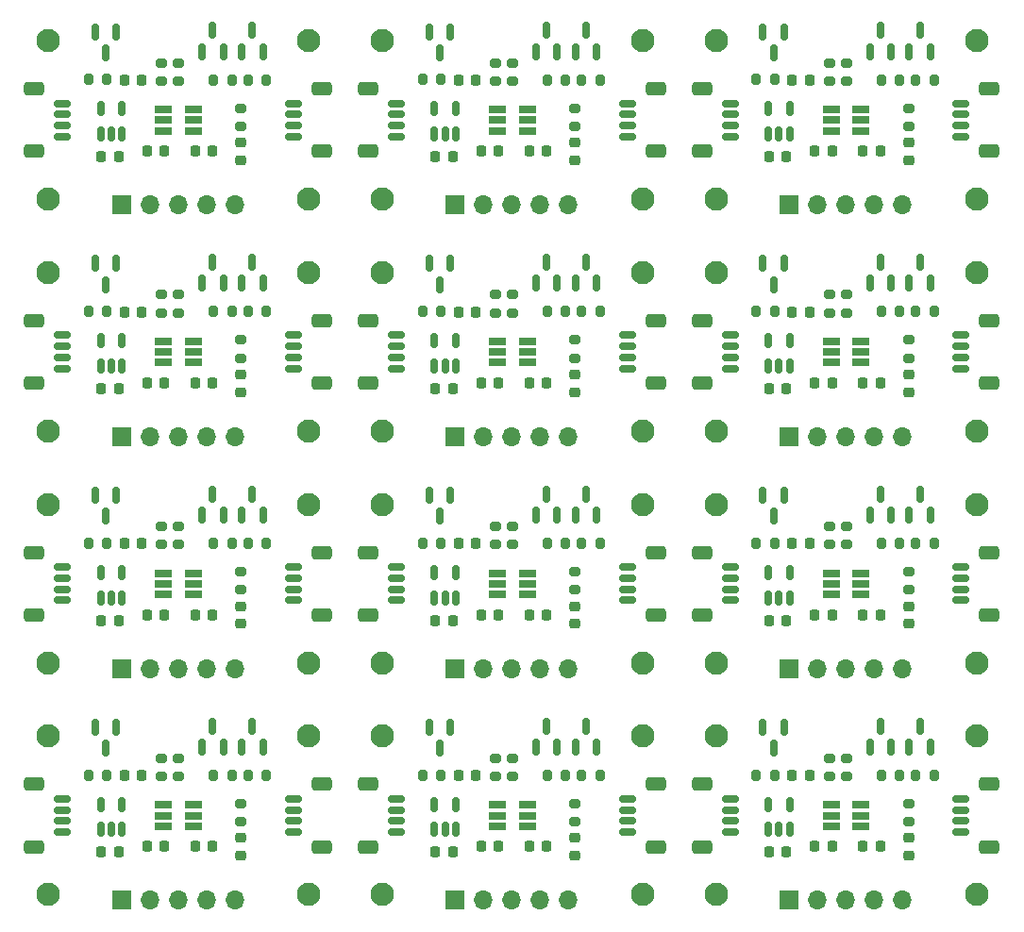
<source format=gbr>
%TF.GenerationSoftware,KiCad,Pcbnew,7.0.1*%
%TF.CreationDate,2025-06-25T09:37:51+07:00*%
%TF.ProjectId,panelize_2,70616e65-6c69-47a6-955f-322e6b696361,rev?*%
%TF.SameCoordinates,Original*%
%TF.FileFunction,Soldermask,Top*%
%TF.FilePolarity,Negative*%
%FSLAX46Y46*%
G04 Gerber Fmt 4.6, Leading zero omitted, Abs format (unit mm)*
G04 Created by KiCad (PCBNEW 7.0.1) date 2025-06-25 09:37:51*
%MOMM*%
%LPD*%
G01*
G04 APERTURE LIST*
G04 Aperture macros list*
%AMRoundRect*
0 Rectangle with rounded corners*
0 $1 Rounding radius*
0 $2 $3 $4 $5 $6 $7 $8 $9 X,Y pos of 4 corners*
0 Add a 4 corners polygon primitive as box body*
4,1,4,$2,$3,$4,$5,$6,$7,$8,$9,$2,$3,0*
0 Add four circle primitives for the rounded corners*
1,1,$1+$1,$2,$3*
1,1,$1+$1,$4,$5*
1,1,$1+$1,$6,$7*
1,1,$1+$1,$8,$9*
0 Add four rect primitives between the rounded corners*
20,1,$1+$1,$2,$3,$4,$5,0*
20,1,$1+$1,$4,$5,$6,$7,0*
20,1,$1+$1,$6,$7,$8,$9,0*
20,1,$1+$1,$8,$9,$2,$3,0*%
G04 Aperture macros list end*
%ADD10RoundRect,0.250000X0.650000X-0.350000X0.650000X0.350000X-0.650000X0.350000X-0.650000X-0.350000X0*%
%ADD11RoundRect,0.150000X0.625000X-0.150000X0.625000X0.150000X-0.625000X0.150000X-0.625000X-0.150000X0*%
%ADD12RoundRect,0.200000X-0.275000X0.200000X-0.275000X-0.200000X0.275000X-0.200000X0.275000X0.200000X0*%
%ADD13RoundRect,0.225000X-0.225000X-0.250000X0.225000X-0.250000X0.225000X0.250000X-0.225000X0.250000X0*%
%ADD14R,1.560000X0.650000*%
%ADD15RoundRect,0.225000X0.225000X0.250000X-0.225000X0.250000X-0.225000X-0.250000X0.225000X-0.250000X0*%
%ADD16RoundRect,0.200000X0.200000X0.275000X-0.200000X0.275000X-0.200000X-0.275000X0.200000X-0.275000X0*%
%ADD17RoundRect,0.150000X0.150000X-0.587500X0.150000X0.587500X-0.150000X0.587500X-0.150000X-0.587500X0*%
%ADD18RoundRect,0.200000X-0.200000X-0.275000X0.200000X-0.275000X0.200000X0.275000X-0.200000X0.275000X0*%
%ADD19RoundRect,0.150000X0.150000X-0.512500X0.150000X0.512500X-0.150000X0.512500X-0.150000X-0.512500X0*%
%ADD20C,2.100000*%
%ADD21RoundRect,0.150000X-0.150000X0.587500X-0.150000X-0.587500X0.150000X-0.587500X0.150000X0.587500X0*%
%ADD22RoundRect,0.218750X0.256250X-0.218750X0.256250X0.218750X-0.256250X0.218750X-0.256250X-0.218750X0*%
%ADD23O,1.700000X1.700000*%
%ADD24R,1.700000X1.700000*%
%ADD25RoundRect,0.250000X-0.650000X0.350000X-0.650000X-0.350000X0.650000X-0.350000X0.650000X0.350000X0*%
%ADD26RoundRect,0.150000X-0.625000X0.150000X-0.625000X-0.150000X0.625000X-0.150000X0.625000X0.150000X0*%
G04 APERTURE END LIST*
D10*
%TO.C,J13*%
X125935500Y-112200000D03*
X125935500Y-117800000D03*
D11*
X128460500Y-113500000D03*
X128460500Y-114500000D03*
X128460500Y-115500000D03*
X128460500Y-116500000D03*
%TD*%
D12*
%TO.C,R70*%
X167290000Y-153115000D03*
X167290000Y-151465000D03*
%TD*%
D13*
%TO.C,C46*%
X165511000Y-153026000D03*
X163961000Y-153026000D03*
%TD*%
D14*
%TO.C,U23*%
X170156000Y-155666000D03*
X170156000Y-156616000D03*
X170156000Y-157566000D03*
X167456000Y-157566000D03*
X167456000Y-156616000D03*
X167456000Y-155666000D03*
%TD*%
D15*
%TO.C,C47*%
X166007000Y-159402000D03*
X167557000Y-159402000D03*
%TD*%
D16*
%TO.C,R72*%
X160751000Y-152976000D03*
X162401000Y-152976000D03*
%TD*%
D10*
%TO.C,J34*%
X155883500Y-153808000D03*
X155883500Y-159408000D03*
D11*
X158408500Y-155108000D03*
X158408500Y-156108000D03*
X158408500Y-157108000D03*
X158408500Y-158108000D03*
%TD*%
D12*
%TO.C,R71*%
X168814000Y-153115000D03*
X168814000Y-151465000D03*
%TD*%
D17*
%TO.C,Q34*%
X171886000Y-148581000D03*
X172836000Y-150456000D03*
X170936000Y-150456000D03*
%TD*%
D18*
%TO.C,R69*%
X176681000Y-153006000D03*
X175031000Y-153006000D03*
%TD*%
D17*
%TO.C,Q35*%
X175426000Y-148581000D03*
X176376000Y-150456000D03*
X174476000Y-150456000D03*
%TD*%
D19*
%TO.C,U24*%
X161826000Y-155598500D03*
X163726000Y-155598500D03*
X163726000Y-157873500D03*
X162776000Y-157873500D03*
X161826000Y-157873500D03*
%TD*%
D20*
%TO.C,H47*%
X180498000Y-163720000D03*
%TD*%
D15*
%TO.C,C48*%
X170325000Y-159402000D03*
X171875000Y-159402000D03*
%TD*%
D20*
%TO.C,H48*%
X180498000Y-149496000D03*
%TD*%
D21*
%TO.C,Q36*%
X162294500Y-150563500D03*
X161344500Y-148688500D03*
X163244500Y-148688500D03*
%TD*%
D18*
%TO.C,R68*%
X173591000Y-153006000D03*
X171941000Y-153006000D03*
%TD*%
D22*
%TO.C,D12*%
X174402000Y-158640000D03*
X174402000Y-160215000D03*
%TD*%
D12*
%TO.C,R67*%
X174402000Y-157179000D03*
X174402000Y-155529000D03*
%TD*%
D23*
%TO.C,J36*%
X173852500Y-164228000D03*
X171312500Y-164228000D03*
X168772500Y-164228000D03*
X166232500Y-164228000D03*
D24*
X163692500Y-164228000D03*
%TD*%
D20*
%TO.C,H46*%
X157130000Y-163720000D03*
%TD*%
D13*
%TO.C,C45*%
X163446500Y-159910000D03*
X161896500Y-159910000D03*
%TD*%
D25*
%TO.C,J35*%
X181651500Y-159408000D03*
X181651500Y-153808000D03*
D26*
X179126500Y-158108000D03*
X179126500Y-157108000D03*
X179126500Y-156108000D03*
X179126500Y-155108000D03*
%TD*%
D20*
%TO.C,H45*%
X157130000Y-149496000D03*
%TD*%
D12*
%TO.C,R64*%
X137342000Y-153115000D03*
X137342000Y-151465000D03*
%TD*%
D13*
%TO.C,C42*%
X135563000Y-153026000D03*
X134013000Y-153026000D03*
%TD*%
D14*
%TO.C,U21*%
X140208000Y-155666000D03*
X140208000Y-156616000D03*
X140208000Y-157566000D03*
X137508000Y-157566000D03*
X137508000Y-156616000D03*
X137508000Y-155666000D03*
%TD*%
D15*
%TO.C,C43*%
X136059000Y-159402000D03*
X137609000Y-159402000D03*
%TD*%
D16*
%TO.C,R66*%
X130803000Y-152976000D03*
X132453000Y-152976000D03*
%TD*%
D10*
%TO.C,J31*%
X125935500Y-153808000D03*
X125935500Y-159408000D03*
D11*
X128460500Y-155108000D03*
X128460500Y-156108000D03*
X128460500Y-157108000D03*
X128460500Y-158108000D03*
%TD*%
D12*
%TO.C,R65*%
X138866000Y-153115000D03*
X138866000Y-151465000D03*
%TD*%
D17*
%TO.C,Q31*%
X141938000Y-148581000D03*
X142888000Y-150456000D03*
X140988000Y-150456000D03*
%TD*%
D18*
%TO.C,R63*%
X146733000Y-153006000D03*
X145083000Y-153006000D03*
%TD*%
D17*
%TO.C,Q32*%
X145478000Y-148581000D03*
X146428000Y-150456000D03*
X144528000Y-150456000D03*
%TD*%
D19*
%TO.C,U22*%
X131878000Y-155598500D03*
X133778000Y-155598500D03*
X133778000Y-157873500D03*
X132828000Y-157873500D03*
X131878000Y-157873500D03*
%TD*%
D20*
%TO.C,H43*%
X150550000Y-163720000D03*
%TD*%
D15*
%TO.C,C44*%
X140377000Y-159402000D03*
X141927000Y-159402000D03*
%TD*%
D20*
%TO.C,H44*%
X150550000Y-149496000D03*
%TD*%
D21*
%TO.C,Q33*%
X132346500Y-150563500D03*
X131396500Y-148688500D03*
X133296500Y-148688500D03*
%TD*%
D18*
%TO.C,R62*%
X143643000Y-153006000D03*
X141993000Y-153006000D03*
%TD*%
D22*
%TO.C,D11*%
X144454000Y-158640000D03*
X144454000Y-160215000D03*
%TD*%
D12*
%TO.C,R61*%
X144454000Y-157179000D03*
X144454000Y-155529000D03*
%TD*%
D23*
%TO.C,J33*%
X143904500Y-164228000D03*
X141364500Y-164228000D03*
X138824500Y-164228000D03*
X136284500Y-164228000D03*
D24*
X133744500Y-164228000D03*
%TD*%
D20*
%TO.C,H42*%
X127182000Y-163720000D03*
%TD*%
D13*
%TO.C,C41*%
X133498500Y-159910000D03*
X131948500Y-159910000D03*
%TD*%
D25*
%TO.C,J32*%
X151703500Y-159408000D03*
X151703500Y-153808000D03*
D26*
X149178500Y-158108000D03*
X149178500Y-157108000D03*
X149178500Y-156108000D03*
X149178500Y-155108000D03*
%TD*%
D20*
%TO.C,H41*%
X127182000Y-149496000D03*
%TD*%
D12*
%TO.C,R58*%
X107394000Y-153115000D03*
X107394000Y-151465000D03*
%TD*%
D13*
%TO.C,C38*%
X105615000Y-153026000D03*
X104065000Y-153026000D03*
%TD*%
D14*
%TO.C,U19*%
X110260000Y-155666000D03*
X110260000Y-156616000D03*
X110260000Y-157566000D03*
X107560000Y-157566000D03*
X107560000Y-156616000D03*
X107560000Y-155666000D03*
%TD*%
D15*
%TO.C,C39*%
X106111000Y-159402000D03*
X107661000Y-159402000D03*
%TD*%
D16*
%TO.C,R60*%
X100855000Y-152976000D03*
X102505000Y-152976000D03*
%TD*%
D10*
%TO.C,J28*%
X95987500Y-153808000D03*
X95987500Y-159408000D03*
D11*
X98512500Y-155108000D03*
X98512500Y-156108000D03*
X98512500Y-157108000D03*
X98512500Y-158108000D03*
%TD*%
D12*
%TO.C,R59*%
X108918000Y-153115000D03*
X108918000Y-151465000D03*
%TD*%
D17*
%TO.C,Q28*%
X111990000Y-148581000D03*
X112940000Y-150456000D03*
X111040000Y-150456000D03*
%TD*%
D18*
%TO.C,R57*%
X116785000Y-153006000D03*
X115135000Y-153006000D03*
%TD*%
D17*
%TO.C,Q29*%
X115530000Y-148581000D03*
X116480000Y-150456000D03*
X114580000Y-150456000D03*
%TD*%
D19*
%TO.C,U20*%
X101930000Y-155598500D03*
X103830000Y-155598500D03*
X103830000Y-157873500D03*
X102880000Y-157873500D03*
X101930000Y-157873500D03*
%TD*%
D20*
%TO.C,H39*%
X120602000Y-163720000D03*
%TD*%
D15*
%TO.C,C40*%
X110429000Y-159402000D03*
X111979000Y-159402000D03*
%TD*%
D20*
%TO.C,H40*%
X120602000Y-149496000D03*
%TD*%
D21*
%TO.C,Q30*%
X102398500Y-150563500D03*
X101448500Y-148688500D03*
X103348500Y-148688500D03*
%TD*%
D18*
%TO.C,R56*%
X113695000Y-153006000D03*
X112045000Y-153006000D03*
%TD*%
D22*
%TO.C,D10*%
X114506000Y-158640000D03*
X114506000Y-160215000D03*
%TD*%
D12*
%TO.C,R55*%
X114506000Y-157179000D03*
X114506000Y-155529000D03*
%TD*%
D23*
%TO.C,J30*%
X113956500Y-164228000D03*
X111416500Y-164228000D03*
X108876500Y-164228000D03*
X106336500Y-164228000D03*
D24*
X103796500Y-164228000D03*
%TD*%
D20*
%TO.C,H38*%
X97234000Y-163720000D03*
%TD*%
D13*
%TO.C,C37*%
X103550500Y-159910000D03*
X102000500Y-159910000D03*
%TD*%
D25*
%TO.C,J29*%
X121755500Y-159408000D03*
X121755500Y-153808000D03*
D26*
X119230500Y-158108000D03*
X119230500Y-157108000D03*
X119230500Y-156108000D03*
X119230500Y-155108000D03*
%TD*%
D20*
%TO.C,H37*%
X97234000Y-149496000D03*
%TD*%
D12*
%TO.C,R52*%
X167290000Y-132311000D03*
X167290000Y-130661000D03*
%TD*%
D13*
%TO.C,C34*%
X165511000Y-132222000D03*
X163961000Y-132222000D03*
%TD*%
D14*
%TO.C,U17*%
X170156000Y-134862000D03*
X170156000Y-135812000D03*
X170156000Y-136762000D03*
X167456000Y-136762000D03*
X167456000Y-135812000D03*
X167456000Y-134862000D03*
%TD*%
D15*
%TO.C,C35*%
X166007000Y-138598000D03*
X167557000Y-138598000D03*
%TD*%
D16*
%TO.C,R54*%
X160751000Y-132172000D03*
X162401000Y-132172000D03*
%TD*%
D10*
%TO.C,J25*%
X155883500Y-133004000D03*
X155883500Y-138604000D03*
D11*
X158408500Y-134304000D03*
X158408500Y-135304000D03*
X158408500Y-136304000D03*
X158408500Y-137304000D03*
%TD*%
D12*
%TO.C,R53*%
X168814000Y-132311000D03*
X168814000Y-130661000D03*
%TD*%
D17*
%TO.C,Q25*%
X171886000Y-127777000D03*
X172836000Y-129652000D03*
X170936000Y-129652000D03*
%TD*%
D18*
%TO.C,R51*%
X176681000Y-132202000D03*
X175031000Y-132202000D03*
%TD*%
D17*
%TO.C,Q26*%
X175426000Y-127777000D03*
X176376000Y-129652000D03*
X174476000Y-129652000D03*
%TD*%
D19*
%TO.C,U18*%
X161826000Y-134794500D03*
X163726000Y-134794500D03*
X163726000Y-137069500D03*
X162776000Y-137069500D03*
X161826000Y-137069500D03*
%TD*%
D20*
%TO.C,H35*%
X180498000Y-142916000D03*
%TD*%
D15*
%TO.C,C36*%
X170325000Y-138598000D03*
X171875000Y-138598000D03*
%TD*%
D20*
%TO.C,H36*%
X180498000Y-128692000D03*
%TD*%
D21*
%TO.C,Q27*%
X162294500Y-129759500D03*
X161344500Y-127884500D03*
X163244500Y-127884500D03*
%TD*%
D18*
%TO.C,R50*%
X173591000Y-132202000D03*
X171941000Y-132202000D03*
%TD*%
D22*
%TO.C,D9*%
X174402000Y-137836000D03*
X174402000Y-139411000D03*
%TD*%
D12*
%TO.C,R49*%
X174402000Y-136375000D03*
X174402000Y-134725000D03*
%TD*%
D23*
%TO.C,J27*%
X173852500Y-143424000D03*
X171312500Y-143424000D03*
X168772500Y-143424000D03*
X166232500Y-143424000D03*
D24*
X163692500Y-143424000D03*
%TD*%
D20*
%TO.C,H34*%
X157130000Y-142916000D03*
%TD*%
D13*
%TO.C,C33*%
X163446500Y-139106000D03*
X161896500Y-139106000D03*
%TD*%
D25*
%TO.C,J26*%
X181651500Y-138604000D03*
X181651500Y-133004000D03*
D26*
X179126500Y-137304000D03*
X179126500Y-136304000D03*
X179126500Y-135304000D03*
X179126500Y-134304000D03*
%TD*%
D20*
%TO.C,H33*%
X157130000Y-128692000D03*
%TD*%
D12*
%TO.C,R46*%
X137342000Y-132311000D03*
X137342000Y-130661000D03*
%TD*%
D13*
%TO.C,C30*%
X135563000Y-132222000D03*
X134013000Y-132222000D03*
%TD*%
D14*
%TO.C,U15*%
X140208000Y-134862000D03*
X140208000Y-135812000D03*
X140208000Y-136762000D03*
X137508000Y-136762000D03*
X137508000Y-135812000D03*
X137508000Y-134862000D03*
%TD*%
D15*
%TO.C,C31*%
X136059000Y-138598000D03*
X137609000Y-138598000D03*
%TD*%
D16*
%TO.C,R48*%
X130803000Y-132172000D03*
X132453000Y-132172000D03*
%TD*%
D10*
%TO.C,J22*%
X125935500Y-133004000D03*
X125935500Y-138604000D03*
D11*
X128460500Y-134304000D03*
X128460500Y-135304000D03*
X128460500Y-136304000D03*
X128460500Y-137304000D03*
%TD*%
D12*
%TO.C,R47*%
X138866000Y-132311000D03*
X138866000Y-130661000D03*
%TD*%
D17*
%TO.C,Q22*%
X141938000Y-127777000D03*
X142888000Y-129652000D03*
X140988000Y-129652000D03*
%TD*%
D18*
%TO.C,R45*%
X146733000Y-132202000D03*
X145083000Y-132202000D03*
%TD*%
D17*
%TO.C,Q23*%
X145478000Y-127777000D03*
X146428000Y-129652000D03*
X144528000Y-129652000D03*
%TD*%
D19*
%TO.C,U16*%
X131878000Y-134794500D03*
X133778000Y-134794500D03*
X133778000Y-137069500D03*
X132828000Y-137069500D03*
X131878000Y-137069500D03*
%TD*%
D20*
%TO.C,H31*%
X150550000Y-142916000D03*
%TD*%
D15*
%TO.C,C32*%
X140377000Y-138598000D03*
X141927000Y-138598000D03*
%TD*%
D20*
%TO.C,H32*%
X150550000Y-128692000D03*
%TD*%
D21*
%TO.C,Q24*%
X132346500Y-129759500D03*
X131396500Y-127884500D03*
X133296500Y-127884500D03*
%TD*%
D18*
%TO.C,R44*%
X143643000Y-132202000D03*
X141993000Y-132202000D03*
%TD*%
D22*
%TO.C,D8*%
X144454000Y-137836000D03*
X144454000Y-139411000D03*
%TD*%
D12*
%TO.C,R43*%
X144454000Y-136375000D03*
X144454000Y-134725000D03*
%TD*%
D23*
%TO.C,J24*%
X143904500Y-143424000D03*
X141364500Y-143424000D03*
X138824500Y-143424000D03*
X136284500Y-143424000D03*
D24*
X133744500Y-143424000D03*
%TD*%
D20*
%TO.C,H30*%
X127182000Y-142916000D03*
%TD*%
D13*
%TO.C,C29*%
X133498500Y-139106000D03*
X131948500Y-139106000D03*
%TD*%
D25*
%TO.C,J23*%
X151703500Y-138604000D03*
X151703500Y-133004000D03*
D26*
X149178500Y-137304000D03*
X149178500Y-136304000D03*
X149178500Y-135304000D03*
X149178500Y-134304000D03*
%TD*%
D20*
%TO.C,H29*%
X127182000Y-128692000D03*
%TD*%
D12*
%TO.C,R40*%
X107394000Y-132311000D03*
X107394000Y-130661000D03*
%TD*%
D13*
%TO.C,C26*%
X105615000Y-132222000D03*
X104065000Y-132222000D03*
%TD*%
D14*
%TO.C,U13*%
X110260000Y-134862000D03*
X110260000Y-135812000D03*
X110260000Y-136762000D03*
X107560000Y-136762000D03*
X107560000Y-135812000D03*
X107560000Y-134862000D03*
%TD*%
D15*
%TO.C,C27*%
X106111000Y-138598000D03*
X107661000Y-138598000D03*
%TD*%
D16*
%TO.C,R42*%
X100855000Y-132172000D03*
X102505000Y-132172000D03*
%TD*%
D10*
%TO.C,J19*%
X95987500Y-133004000D03*
X95987500Y-138604000D03*
D11*
X98512500Y-134304000D03*
X98512500Y-135304000D03*
X98512500Y-136304000D03*
X98512500Y-137304000D03*
%TD*%
D12*
%TO.C,R41*%
X108918000Y-132311000D03*
X108918000Y-130661000D03*
%TD*%
D17*
%TO.C,Q19*%
X111990000Y-127777000D03*
X112940000Y-129652000D03*
X111040000Y-129652000D03*
%TD*%
D18*
%TO.C,R39*%
X116785000Y-132202000D03*
X115135000Y-132202000D03*
%TD*%
D17*
%TO.C,Q20*%
X115530000Y-127777000D03*
X116480000Y-129652000D03*
X114580000Y-129652000D03*
%TD*%
D19*
%TO.C,U14*%
X101930000Y-134794500D03*
X103830000Y-134794500D03*
X103830000Y-137069500D03*
X102880000Y-137069500D03*
X101930000Y-137069500D03*
%TD*%
D20*
%TO.C,H27*%
X120602000Y-142916000D03*
%TD*%
D15*
%TO.C,C28*%
X110429000Y-138598000D03*
X111979000Y-138598000D03*
%TD*%
D20*
%TO.C,H28*%
X120602000Y-128692000D03*
%TD*%
D21*
%TO.C,Q21*%
X102398500Y-129759500D03*
X101448500Y-127884500D03*
X103348500Y-127884500D03*
%TD*%
D18*
%TO.C,R38*%
X113695000Y-132202000D03*
X112045000Y-132202000D03*
%TD*%
D22*
%TO.C,D7*%
X114506000Y-137836000D03*
X114506000Y-139411000D03*
%TD*%
D12*
%TO.C,R37*%
X114506000Y-136375000D03*
X114506000Y-134725000D03*
%TD*%
D23*
%TO.C,J21*%
X113956500Y-143424000D03*
X111416500Y-143424000D03*
X108876500Y-143424000D03*
X106336500Y-143424000D03*
D24*
X103796500Y-143424000D03*
%TD*%
D20*
%TO.C,H26*%
X97234000Y-142916000D03*
%TD*%
D13*
%TO.C,C25*%
X103550500Y-139106000D03*
X102000500Y-139106000D03*
%TD*%
D25*
%TO.C,J20*%
X121755500Y-138604000D03*
X121755500Y-133004000D03*
D26*
X119230500Y-137304000D03*
X119230500Y-136304000D03*
X119230500Y-135304000D03*
X119230500Y-134304000D03*
%TD*%
D20*
%TO.C,H25*%
X97234000Y-128692000D03*
%TD*%
D12*
%TO.C,R34*%
X167290000Y-111507000D03*
X167290000Y-109857000D03*
%TD*%
D13*
%TO.C,C22*%
X165511000Y-111418000D03*
X163961000Y-111418000D03*
%TD*%
D14*
%TO.C,U11*%
X170156000Y-114058000D03*
X170156000Y-115008000D03*
X170156000Y-115958000D03*
X167456000Y-115958000D03*
X167456000Y-115008000D03*
X167456000Y-114058000D03*
%TD*%
D15*
%TO.C,C23*%
X166007000Y-117794000D03*
X167557000Y-117794000D03*
%TD*%
D16*
%TO.C,R36*%
X160751000Y-111368000D03*
X162401000Y-111368000D03*
%TD*%
D10*
%TO.C,J16*%
X155883500Y-112200000D03*
X155883500Y-117800000D03*
D11*
X158408500Y-113500000D03*
X158408500Y-114500000D03*
X158408500Y-115500000D03*
X158408500Y-116500000D03*
%TD*%
D12*
%TO.C,R35*%
X168814000Y-111507000D03*
X168814000Y-109857000D03*
%TD*%
D17*
%TO.C,Q16*%
X171886000Y-106973000D03*
X172836000Y-108848000D03*
X170936000Y-108848000D03*
%TD*%
D18*
%TO.C,R33*%
X176681000Y-111398000D03*
X175031000Y-111398000D03*
%TD*%
D17*
%TO.C,Q17*%
X175426000Y-106973000D03*
X176376000Y-108848000D03*
X174476000Y-108848000D03*
%TD*%
D19*
%TO.C,U12*%
X161826000Y-113990500D03*
X163726000Y-113990500D03*
X163726000Y-116265500D03*
X162776000Y-116265500D03*
X161826000Y-116265500D03*
%TD*%
D20*
%TO.C,H23*%
X180498000Y-122112000D03*
%TD*%
D15*
%TO.C,C24*%
X170325000Y-117794000D03*
X171875000Y-117794000D03*
%TD*%
D20*
%TO.C,H24*%
X180498000Y-107888000D03*
%TD*%
D21*
%TO.C,Q18*%
X162294500Y-108955500D03*
X161344500Y-107080500D03*
X163244500Y-107080500D03*
%TD*%
D18*
%TO.C,R32*%
X173591000Y-111398000D03*
X171941000Y-111398000D03*
%TD*%
D22*
%TO.C,D6*%
X174402000Y-117032000D03*
X174402000Y-118607000D03*
%TD*%
D12*
%TO.C,R31*%
X174402000Y-115571000D03*
X174402000Y-113921000D03*
%TD*%
D23*
%TO.C,J18*%
X173852500Y-122620000D03*
X171312500Y-122620000D03*
X168772500Y-122620000D03*
X166232500Y-122620000D03*
D24*
X163692500Y-122620000D03*
%TD*%
D20*
%TO.C,H22*%
X157130000Y-122112000D03*
%TD*%
D13*
%TO.C,C21*%
X163446500Y-118302000D03*
X161896500Y-118302000D03*
%TD*%
D25*
%TO.C,J17*%
X181651500Y-117800000D03*
X181651500Y-112200000D03*
D26*
X179126500Y-116500000D03*
X179126500Y-115500000D03*
X179126500Y-114500000D03*
X179126500Y-113500000D03*
%TD*%
D20*
%TO.C,H21*%
X157130000Y-107888000D03*
%TD*%
D12*
%TO.C,R28*%
X137342000Y-111507000D03*
X137342000Y-109857000D03*
%TD*%
D13*
%TO.C,C18*%
X135563000Y-111418000D03*
X134013000Y-111418000D03*
%TD*%
D14*
%TO.C,U9*%
X140208000Y-114058000D03*
X140208000Y-115008000D03*
X140208000Y-115958000D03*
X137508000Y-115958000D03*
X137508000Y-115008000D03*
X137508000Y-114058000D03*
%TD*%
D15*
%TO.C,C19*%
X136059000Y-117794000D03*
X137609000Y-117794000D03*
%TD*%
D16*
%TO.C,R30*%
X130803000Y-111368000D03*
X132453000Y-111368000D03*
%TD*%
D12*
%TO.C,R29*%
X138866000Y-111507000D03*
X138866000Y-109857000D03*
%TD*%
D17*
%TO.C,Q13*%
X141938000Y-106973000D03*
X142888000Y-108848000D03*
X140988000Y-108848000D03*
%TD*%
D18*
%TO.C,R27*%
X146733000Y-111398000D03*
X145083000Y-111398000D03*
%TD*%
D17*
%TO.C,Q14*%
X145478000Y-106973000D03*
X146428000Y-108848000D03*
X144528000Y-108848000D03*
%TD*%
D19*
%TO.C,U10*%
X131878000Y-113990500D03*
X133778000Y-113990500D03*
X133778000Y-116265500D03*
X132828000Y-116265500D03*
X131878000Y-116265500D03*
%TD*%
D20*
%TO.C,H19*%
X150550000Y-122112000D03*
%TD*%
D15*
%TO.C,C20*%
X140377000Y-117794000D03*
X141927000Y-117794000D03*
%TD*%
D20*
%TO.C,H20*%
X150550000Y-107888000D03*
%TD*%
D21*
%TO.C,Q15*%
X132346500Y-108955500D03*
X131396500Y-107080500D03*
X133296500Y-107080500D03*
%TD*%
D18*
%TO.C,R26*%
X143643000Y-111398000D03*
X141993000Y-111398000D03*
%TD*%
D22*
%TO.C,D5*%
X144454000Y-117032000D03*
X144454000Y-118607000D03*
%TD*%
D12*
%TO.C,R25*%
X144454000Y-115571000D03*
X144454000Y-113921000D03*
%TD*%
D23*
%TO.C,J15*%
X143904500Y-122620000D03*
X141364500Y-122620000D03*
X138824500Y-122620000D03*
X136284500Y-122620000D03*
D24*
X133744500Y-122620000D03*
%TD*%
D20*
%TO.C,H18*%
X127182000Y-122112000D03*
%TD*%
D13*
%TO.C,C17*%
X133498500Y-118302000D03*
X131948500Y-118302000D03*
%TD*%
D25*
%TO.C,J14*%
X151703500Y-117800000D03*
X151703500Y-112200000D03*
D26*
X149178500Y-116500000D03*
X149178500Y-115500000D03*
X149178500Y-114500000D03*
X149178500Y-113500000D03*
%TD*%
D20*
%TO.C,H17*%
X127182000Y-107888000D03*
%TD*%
D12*
%TO.C,R22*%
X107394000Y-111507000D03*
X107394000Y-109857000D03*
%TD*%
D13*
%TO.C,C14*%
X105615000Y-111418000D03*
X104065000Y-111418000D03*
%TD*%
D14*
%TO.C,U7*%
X110260000Y-114058000D03*
X110260000Y-115008000D03*
X110260000Y-115958000D03*
X107560000Y-115958000D03*
X107560000Y-115008000D03*
X107560000Y-114058000D03*
%TD*%
D15*
%TO.C,C15*%
X106111000Y-117794000D03*
X107661000Y-117794000D03*
%TD*%
D16*
%TO.C,R24*%
X100855000Y-111368000D03*
X102505000Y-111368000D03*
%TD*%
D10*
%TO.C,J10*%
X95987500Y-112200000D03*
X95987500Y-117800000D03*
D11*
X98512500Y-113500000D03*
X98512500Y-114500000D03*
X98512500Y-115500000D03*
X98512500Y-116500000D03*
%TD*%
D12*
%TO.C,R23*%
X108918000Y-111507000D03*
X108918000Y-109857000D03*
%TD*%
D17*
%TO.C,Q10*%
X111990000Y-106973000D03*
X112940000Y-108848000D03*
X111040000Y-108848000D03*
%TD*%
D18*
%TO.C,R21*%
X116785000Y-111398000D03*
X115135000Y-111398000D03*
%TD*%
D17*
%TO.C,Q11*%
X115530000Y-106973000D03*
X116480000Y-108848000D03*
X114580000Y-108848000D03*
%TD*%
D19*
%TO.C,U8*%
X101930000Y-113990500D03*
X103830000Y-113990500D03*
X103830000Y-116265500D03*
X102880000Y-116265500D03*
X101930000Y-116265500D03*
%TD*%
D20*
%TO.C,H15*%
X120602000Y-122112000D03*
%TD*%
D15*
%TO.C,C16*%
X110429000Y-117794000D03*
X111979000Y-117794000D03*
%TD*%
D20*
%TO.C,H16*%
X120602000Y-107888000D03*
%TD*%
D21*
%TO.C,Q12*%
X102398500Y-108955500D03*
X101448500Y-107080500D03*
X103348500Y-107080500D03*
%TD*%
D18*
%TO.C,R20*%
X113695000Y-111398000D03*
X112045000Y-111398000D03*
%TD*%
D22*
%TO.C,D4*%
X114506000Y-117032000D03*
X114506000Y-118607000D03*
%TD*%
D12*
%TO.C,R19*%
X114506000Y-115571000D03*
X114506000Y-113921000D03*
%TD*%
D23*
%TO.C,J12*%
X113956500Y-122620000D03*
X111416500Y-122620000D03*
X108876500Y-122620000D03*
X106336500Y-122620000D03*
D24*
X103796500Y-122620000D03*
%TD*%
D20*
%TO.C,H14*%
X97234000Y-122112000D03*
%TD*%
D13*
%TO.C,C13*%
X103550500Y-118302000D03*
X102000500Y-118302000D03*
%TD*%
D25*
%TO.C,J11*%
X121755500Y-117800000D03*
X121755500Y-112200000D03*
D26*
X119230500Y-116500000D03*
X119230500Y-115500000D03*
X119230500Y-114500000D03*
X119230500Y-113500000D03*
%TD*%
D20*
%TO.C,H13*%
X97234000Y-107888000D03*
%TD*%
D12*
%TO.C,R16*%
X167290000Y-90703000D03*
X167290000Y-89053000D03*
%TD*%
D13*
%TO.C,C10*%
X165511000Y-90614000D03*
X163961000Y-90614000D03*
%TD*%
D14*
%TO.C,U5*%
X170156000Y-93254000D03*
X170156000Y-94204000D03*
X170156000Y-95154000D03*
X167456000Y-95154000D03*
X167456000Y-94204000D03*
X167456000Y-93254000D03*
%TD*%
D15*
%TO.C,C11*%
X166007000Y-96990000D03*
X167557000Y-96990000D03*
%TD*%
D16*
%TO.C,R18*%
X160751000Y-90564000D03*
X162401000Y-90564000D03*
%TD*%
D10*
%TO.C,J7*%
X155883500Y-91396000D03*
X155883500Y-96996000D03*
D11*
X158408500Y-92696000D03*
X158408500Y-93696000D03*
X158408500Y-94696000D03*
X158408500Y-95696000D03*
%TD*%
D12*
%TO.C,R17*%
X168814000Y-90703000D03*
X168814000Y-89053000D03*
%TD*%
D17*
%TO.C,Q7*%
X171886000Y-86169000D03*
X172836000Y-88044000D03*
X170936000Y-88044000D03*
%TD*%
D18*
%TO.C,R15*%
X176681000Y-90594000D03*
X175031000Y-90594000D03*
%TD*%
D17*
%TO.C,Q8*%
X175426000Y-86169000D03*
X176376000Y-88044000D03*
X174476000Y-88044000D03*
%TD*%
D19*
%TO.C,U6*%
X161826000Y-93186500D03*
X163726000Y-93186500D03*
X163726000Y-95461500D03*
X162776000Y-95461500D03*
X161826000Y-95461500D03*
%TD*%
D20*
%TO.C,H11*%
X180498000Y-101308000D03*
%TD*%
D15*
%TO.C,C12*%
X170325000Y-96990000D03*
X171875000Y-96990000D03*
%TD*%
D20*
%TO.C,H12*%
X180498000Y-87084000D03*
%TD*%
D21*
%TO.C,Q9*%
X162294500Y-88151500D03*
X161344500Y-86276500D03*
X163244500Y-86276500D03*
%TD*%
D18*
%TO.C,R14*%
X173591000Y-90594000D03*
X171941000Y-90594000D03*
%TD*%
D22*
%TO.C,D3*%
X174402000Y-96228000D03*
X174402000Y-97803000D03*
%TD*%
D12*
%TO.C,R13*%
X174402000Y-94767000D03*
X174402000Y-93117000D03*
%TD*%
D23*
%TO.C,J9*%
X173852500Y-101816000D03*
X171312500Y-101816000D03*
X168772500Y-101816000D03*
X166232500Y-101816000D03*
D24*
X163692500Y-101816000D03*
%TD*%
D20*
%TO.C,H10*%
X157130000Y-101308000D03*
%TD*%
D13*
%TO.C,C9*%
X163446500Y-97498000D03*
X161896500Y-97498000D03*
%TD*%
D25*
%TO.C,J8*%
X181651500Y-96996000D03*
X181651500Y-91396000D03*
D26*
X179126500Y-95696000D03*
X179126500Y-94696000D03*
X179126500Y-93696000D03*
X179126500Y-92696000D03*
%TD*%
D20*
%TO.C,H9*%
X157130000Y-87084000D03*
%TD*%
D12*
%TO.C,R10*%
X137342000Y-90703000D03*
X137342000Y-89053000D03*
%TD*%
D13*
%TO.C,C6*%
X135563000Y-90614000D03*
X134013000Y-90614000D03*
%TD*%
D14*
%TO.C,U3*%
X140208000Y-93254000D03*
X140208000Y-94204000D03*
X140208000Y-95154000D03*
X137508000Y-95154000D03*
X137508000Y-94204000D03*
X137508000Y-93254000D03*
%TD*%
D15*
%TO.C,C7*%
X136059000Y-96990000D03*
X137609000Y-96990000D03*
%TD*%
D16*
%TO.C,R12*%
X130803000Y-90564000D03*
X132453000Y-90564000D03*
%TD*%
D10*
%TO.C,J4*%
X125935500Y-91396000D03*
X125935500Y-96996000D03*
D11*
X128460500Y-92696000D03*
X128460500Y-93696000D03*
X128460500Y-94696000D03*
X128460500Y-95696000D03*
%TD*%
D12*
%TO.C,R11*%
X138866000Y-90703000D03*
X138866000Y-89053000D03*
%TD*%
D17*
%TO.C,Q4*%
X141938000Y-86169000D03*
X142888000Y-88044000D03*
X140988000Y-88044000D03*
%TD*%
D18*
%TO.C,R9*%
X146733000Y-90594000D03*
X145083000Y-90594000D03*
%TD*%
D17*
%TO.C,Q5*%
X145478000Y-86169000D03*
X146428000Y-88044000D03*
X144528000Y-88044000D03*
%TD*%
D19*
%TO.C,U4*%
X131878000Y-93186500D03*
X133778000Y-93186500D03*
X133778000Y-95461500D03*
X132828000Y-95461500D03*
X131878000Y-95461500D03*
%TD*%
D20*
%TO.C,H7*%
X150550000Y-101308000D03*
%TD*%
D15*
%TO.C,C8*%
X140377000Y-96990000D03*
X141927000Y-96990000D03*
%TD*%
D20*
%TO.C,H8*%
X150550000Y-87084000D03*
%TD*%
D21*
%TO.C,Q6*%
X132346500Y-88151500D03*
X131396500Y-86276500D03*
X133296500Y-86276500D03*
%TD*%
D18*
%TO.C,R8*%
X143643000Y-90594000D03*
X141993000Y-90594000D03*
%TD*%
D22*
%TO.C,D2*%
X144454000Y-96228000D03*
X144454000Y-97803000D03*
%TD*%
D12*
%TO.C,R7*%
X144454000Y-94767000D03*
X144454000Y-93117000D03*
%TD*%
D23*
%TO.C,J6*%
X143904500Y-101816000D03*
X141364500Y-101816000D03*
X138824500Y-101816000D03*
X136284500Y-101816000D03*
D24*
X133744500Y-101816000D03*
%TD*%
D20*
%TO.C,H6*%
X127182000Y-101308000D03*
%TD*%
D13*
%TO.C,C5*%
X133498500Y-97498000D03*
X131948500Y-97498000D03*
%TD*%
D25*
%TO.C,J5*%
X151703500Y-96996000D03*
X151703500Y-91396000D03*
D26*
X149178500Y-95696000D03*
X149178500Y-94696000D03*
X149178500Y-93696000D03*
X149178500Y-92696000D03*
%TD*%
D20*
%TO.C,H5*%
X127182000Y-87084000D03*
%TD*%
D22*
%TO.C,D1*%
X114506000Y-96228000D03*
X114506000Y-97803000D03*
%TD*%
D15*
%TO.C,C3*%
X106111000Y-96990000D03*
X107661000Y-96990000D03*
%TD*%
D20*
%TO.C,H2*%
X97234000Y-101308000D03*
%TD*%
D21*
%TO.C,Q3*%
X102398500Y-88151500D03*
X101448500Y-86276500D03*
X103348500Y-86276500D03*
%TD*%
D13*
%TO.C,C2*%
X105615000Y-90614000D03*
X104065000Y-90614000D03*
%TD*%
D12*
%TO.C,R1*%
X114506000Y-94767000D03*
X114506000Y-93117000D03*
%TD*%
D18*
%TO.C,R2*%
X113695000Y-90594000D03*
X112045000Y-90594000D03*
%TD*%
D12*
%TO.C,R4*%
X107394000Y-90703000D03*
X107394000Y-89053000D03*
%TD*%
D14*
%TO.C,U1*%
X110260000Y-93254000D03*
X110260000Y-94204000D03*
X110260000Y-95154000D03*
X107560000Y-95154000D03*
X107560000Y-94204000D03*
X107560000Y-93254000D03*
%TD*%
D20*
%TO.C,H1*%
X97234000Y-87084000D03*
%TD*%
D17*
%TO.C,Q2*%
X115530000Y-86169000D03*
X116480000Y-88044000D03*
X114580000Y-88044000D03*
%TD*%
D25*
%TO.C,J2*%
X121755500Y-96996000D03*
X121755500Y-91396000D03*
D26*
X119230500Y-95696000D03*
X119230500Y-94696000D03*
X119230500Y-93696000D03*
X119230500Y-92696000D03*
%TD*%
D13*
%TO.C,C1*%
X103550500Y-97498000D03*
X102000500Y-97498000D03*
%TD*%
D20*
%TO.C,H4*%
X120602000Y-87084000D03*
%TD*%
D15*
%TO.C,C4*%
X110429000Y-96990000D03*
X111979000Y-96990000D03*
%TD*%
D23*
%TO.C,J3*%
X113956500Y-101816000D03*
X111416500Y-101816000D03*
X108876500Y-101816000D03*
X106336500Y-101816000D03*
D24*
X103796500Y-101816000D03*
%TD*%
D12*
%TO.C,R5*%
X108918000Y-90703000D03*
X108918000Y-89053000D03*
%TD*%
D17*
%TO.C,Q1*%
X111990000Y-86169000D03*
X112940000Y-88044000D03*
X111040000Y-88044000D03*
%TD*%
D18*
%TO.C,R3*%
X116785000Y-90594000D03*
X115135000Y-90594000D03*
%TD*%
D10*
%TO.C,J1*%
X95987500Y-91396000D03*
X95987500Y-96996000D03*
D11*
X98512500Y-92696000D03*
X98512500Y-93696000D03*
X98512500Y-94696000D03*
X98512500Y-95696000D03*
%TD*%
D16*
%TO.C,R6*%
X100855000Y-90564000D03*
X102505000Y-90564000D03*
%TD*%
D20*
%TO.C,H3*%
X120602000Y-101308000D03*
%TD*%
D19*
%TO.C,U2*%
X101930000Y-93186500D03*
X103830000Y-93186500D03*
X103830000Y-95461500D03*
X102880000Y-95461500D03*
X101930000Y-95461500D03*
%TD*%
M02*

</source>
